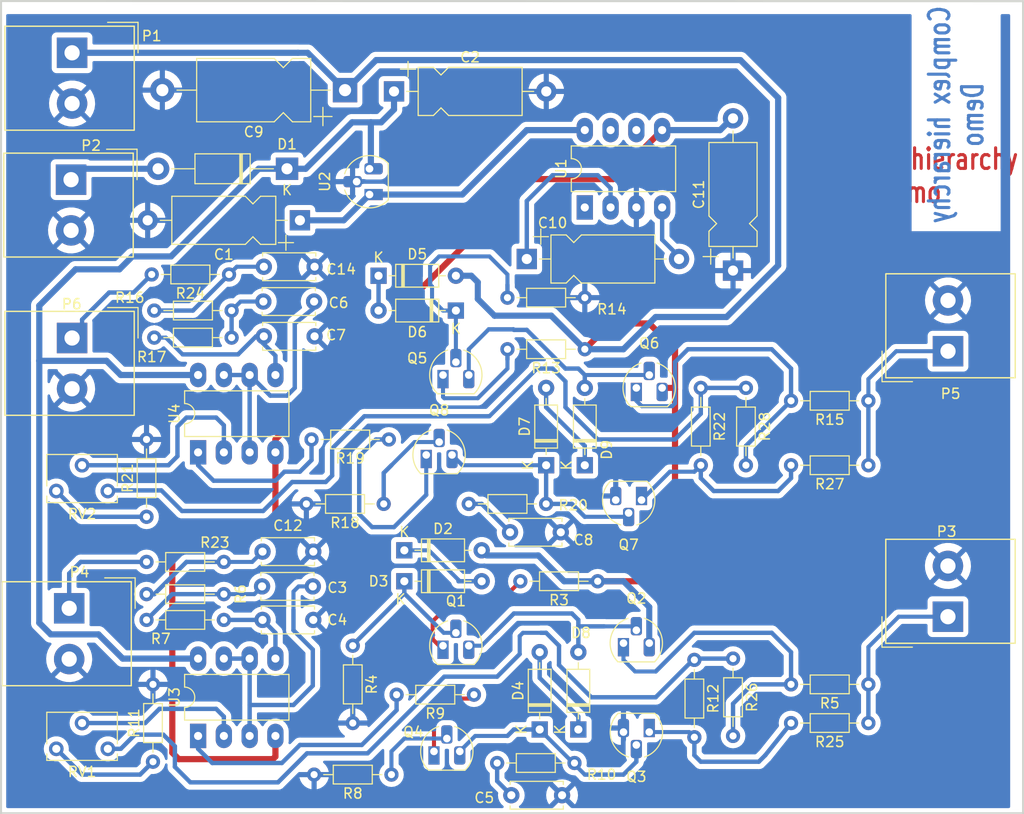
<source format=kicad_pcb>
(kicad_pcb (version 20221018) (generator pcbnew)

  (general
    (thickness 1.6)
  )

  (paper "A4")
  (title_block
    (title "Actionneur_piezo")
    (company "Kicad devs")
    (comment 1 "Demo")
  )

  (layers
    (0 "F.Cu" power "top_copper")
    (31 "B.Cu" signal "bottom_copper")
    (32 "B.Adhes" user "B.Adhesive")
    (33 "F.Adhes" user "F.Adhesive")
    (34 "B.Paste" user)
    (35 "F.Paste" user)
    (36 "B.SilkS" user "B.Silkscreen")
    (37 "F.SilkS" user "F.Silkscreen")
    (38 "B.Mask" user)
    (39 "F.Mask" user)
    (40 "Dwgs.User" user "User.Drawings")
    (41 "Cmts.User" user "User.Comments")
    (42 "Eco1.User" user "User.Eco1")
    (43 "Eco2.User" user "User.Eco2")
    (44 "Edge.Cuts" user)
    (45 "Margin" user)
    (46 "B.CrtYd" user "B.Courtyard")
    (47 "F.CrtYd" user "F.Courtyard")
    (48 "B.Fab" user)
    (49 "F.Fab" user)
  )

  (setup
    (stackup
      (layer "F.SilkS" (type "Top Silk Screen") (color "White"))
      (layer "F.Paste" (type "Top Solder Paste"))
      (layer "F.Mask" (type "Top Solder Mask") (color "Green") (thickness 0.01))
      (layer "F.Cu" (type "copper") (thickness 0.035))
      (layer "dielectric 1" (type "core") (thickness 1.51) (material "FR4") (epsilon_r 4.5) (loss_tangent 0.02))
      (layer "B.Cu" (type "copper") (thickness 0.035))
      (layer "B.Mask" (type "Bottom Solder Mask") (color "Green") (thickness 0.01))
      (layer "B.Paste" (type "Bottom Solder Paste"))
      (layer "B.SilkS" (type "Bottom Silk Screen") (color "White"))
      (copper_finish "None")
      (dielectric_constraints no)
    )
    (pad_to_mask_clearance 0)
    (aux_axis_origin 83.5 138)
    (pcbplotparams
      (layerselection 0x00000fc_ffffffff)
      (plot_on_all_layers_selection 0x0000020_00000000)
      (disableapertmacros false)
      (usegerberextensions false)
      (usegerberattributes true)
      (usegerberadvancedattributes true)
      (creategerberjobfile true)
      (dashed_line_dash_ratio 12.000000)
      (dashed_line_gap_ratio 3.000000)
      (svgprecision 6)
      (plotframeref false)
      (viasonmask false)
      (mode 1)
      (useauxorigin true)
      (hpglpennumber 1)
      (hpglpenspeed 20)
      (hpglpendiameter 15.000000)
      (dxfpolygonmode true)
      (dxfimperialunits true)
      (dxfusepcbnewfont true)
      (psnegative false)
      (psa4output false)
      (plotreference true)
      (plotvalue true)
      (plotinvisibletext false)
      (sketchpadsonfab false)
      (subtractmaskfromsilk true)
      (outputformat 1)
      (mirror false)
      (drillshape 0)
      (scaleselection 1)
      (outputdirectory "plots")
    )
  )

  (net 0 "")
  (net 1 "-VAA")
  (net 2 "/12Vext")
  (net 3 "/ampli_ht_horizontal/PIEZO_IN")
  (net 4 "/ampli_ht_horizontal/PIEZO_OUT")
  (net 5 "/ampli_ht_horizontal/S_OUT+")
  (net 6 "/ampli_ht_horizontal/Vpil_0_3,3V")
  (net 7 "/ampli_ht_vertical/PIEZO_IN")
  (net 8 "/ampli_ht_vertical/PIEZO_OUT")
  (net 9 "/ampli_ht_vertical/S_OUT+")
  (net 10 "/ampli_ht_vertical/Vpil_0_3,3V")
  (net 11 "GND")
  (net 12 "HT")
  (net 13 "Net-(U3B-+)")
  (net 14 "Net-(U4B-+)")
  (net 15 "Net-(C12-Pad1)")
  (net 16 "Net-(C14-Pad1)")
  (net 17 "Net-(C3-Pad2)")
  (net 18 "Net-(U1-CAP+)")
  (net 19 "Net-(C5-Pad1)")
  (net 20 "Net-(C6-Pad2)")
  (net 21 "Net-(U1-CAP-)")
  (net 22 "Net-(C8-Pad1)")
  (net 23 "Net-(D2-K)")
  (net 24 "Net-(D3-K)")
  (net 25 "Net-(D4-K)")
  (net 26 "Net-(D4-A)")
  (net 27 "Net-(R11-Pad1)")
  (net 28 "Net-(R19-Pad2)")
  (net 29 "Net-(R21-Pad1)")
  (net 30 "Net-(R9-Pad2)")
  (net 31 "Net-(D5-K)")
  (net 32 "Net-(D6-K)")
  (net 33 "VCC")
  (net 34 "Net-(D7-K)")
  (net 35 "Net-(D7-A)")
  (net 36 "Net-(D8-A)")
  (net 37 "Net-(D9-A)")
  (net 38 "Net-(Q1-E)")
  (net 39 "Net-(Q2-E)")
  (net 40 "+12V")
  (net 41 "Net-(Q3-E)")
  (net 42 "Net-(Q4-E)")
  (net 43 "Net-(Q4-B)")
  (net 44 "Net-(Q5-E)")
  (net 45 "Net-(Q6-E)")
  (net 46 "Net-(Q7-E)")
  (net 47 "Net-(Q8-E)")
  (net 48 "Net-(Q8-B)")
  (net 49 "Net-(U3A--)")
  (net 50 "Net-(U4A--)")
  (net 51 "unconnected-(U1-LV)")
  (net 52 "unconnected-(U1-OSC)")

  (footprint "Capacitor_THT:CP_Axial_L10.0mm_D4.5mm_P15.00mm_Horizontal" (layer "F.Cu") (at 126.619 60.706))

  (footprint "Capacitor_THT:CP_Axial_L11.0mm_D6.0mm_P18.00mm_Horizontal" (layer "F.Cu") (at 121.793 60.579 180))

  (footprint "Capacitor_THT:CP_Axial_L10.0mm_D4.5mm_P15.00mm_Horizontal" (layer "F.Cu") (at 139.7 77.216))

  (footprint "Capacitor_THT:CP_Axial_L10.0mm_D4.5mm_P15.00mm_Horizontal" (layer "F.Cu") (at 160.02 78.359 90))

  (footprint "Package_TO_SOT_THT:TO-92_HandSolder" (layer "F.Cu") (at 131.445 115.316))

  (footprint "Package_TO_SOT_THT:TO-92_HandSolder" (layer "F.Cu") (at 151.765 123.825 180))

  (footprint "Package_TO_SOT_THT:TO-92_HandSolder" (layer "F.Cu") (at 131.445 88.646))

  (footprint "Package_TO_SOT_THT:TO-92_HandSolder" (layer "F.Cu") (at 150.495 89.916))

  (footprint "Package_TO_SOT_THT:TO-92_HandSolder" (layer "F.Cu") (at 151.003 100.965 180))

  (footprint "Package_TO_SOT_THT:TO-92_HandSolder" (layer "F.Cu") (at 129.794 96.52))

  (footprint "Potentiometer_THT:Potentiometer_Bourns_3266W_Vertical" (layer "F.Cu") (at 93.345 125.476 180))

  (footprint "Potentiometer_THT:Potentiometer_Bourns_3266W_Vertical" (layer "F.Cu") (at 93.345 100.076 180))

  (footprint "Package_TO_SOT_THT:TO-92_HandSolder" (layer "F.Cu") (at 124.206 70.866 90))

  (footprint "Resistor_THT:R_Axial_DIN0204_L3.6mm_D1.6mm_P7.62mm_Horizontal" (layer "F.Cu") (at 126.111 94.996 180))

  (footprint "Resistor_THT:R_Axial_DIN0204_L3.6mm_D1.6mm_P7.62mm_Horizontal" (layer "F.Cu") (at 109.855 110.236 180))

  (footprint "Resistor_THT:R_Axial_DIN0204_L3.6mm_D1.6mm_P7.62mm_Horizontal" (layer "F.Cu") (at 125.603 101.346 180))

  (footprint "Resistor_THT:R_Axial_DIN0204_L3.6mm_D1.6mm_P7.62mm_Horizontal" (layer "F.Cu") (at 110.617 82.296 180))

  (footprint "Resistor_THT:R_Axial_DIN0204_L3.6mm_D1.6mm_P7.62mm_Horizontal" (layer "F.Cu") (at 173.355 91.186 180))

  (footprint "Resistor_THT:R_Axial_DIN0204_L3.6mm_D1.6mm_P7.62mm_Horizontal" (layer "F.Cu") (at 137.795 81.026))

  (footprint "Resistor_THT:R_Axial_DIN0204_L3.6mm_D1.6mm_P7.62mm_Horizontal" (layer "F.Cu") (at 145.415 86.106 180))

  (footprint "Resistor_THT:R_Axial_DIN0204_L3.6mm_D1.6mm_P7.62mm_Horizontal" (layer "F.Cu") (at 156.21 116.713 -90))

  (footprint "Resistor_THT:R_Axial_DIN0204_L3.6mm_D1.6mm_P7.62mm_Horizontal" (layer "F.Cu") (at 102.87 126.746 90))

  (footprint "Resistor_THT:R_Axial_DIN0204_L3.6mm_D1.6mm_P7.62mm_Horizontal" (layer "F.Cu") (at 144.399 126.873 180))

  (footprint "Resistor_THT:R_Axial_DIN0204_L3.6mm_D1.6mm_P7.62mm_Horizontal" (layer "F.Cu") (at 134.493 120.142 180))

  (footprint "Resistor_THT:R_Axial_DIN0204_L3.6mm_D1.6mm_P7.62mm_Horizontal" (layer "F.Cu") (at 126.365 128.016 180))

  (footprint "Resistor_THT:R_Axial_DIN0204_L3.6mm_D1.6mm_P7.62mm_Horizontal" (layer "F.Cu") (at 109.855 112.776 180))

  (footprint "Resistor_THT:R_Axial_DIN0204_L3.6mm_D1.6mm_P7.62mm_Horizontal" (layer "F.Cu") (at 102.997 84.963))

  (footprint "Resistor_THT:R_Axial_DIN0204_L3.6mm_D1.6mm_P7.62mm_Horizontal" (layer "F.Cu") (at 102.235 102.616 90))

  (footprint "Resistor_THT:R_Axial_DIN0204_L3.6mm_D1.6mm_P7.62mm_Horizontal" (layer "F.Cu") (at 146.685 108.966 180))

  (footprint "Resistor_THT:R_Axial_DIN0204_L3.6mm_D1.6mm_P7.62mm_Horizontal" (layer "F.Cu") (at 122.555 115.316 -90))

  (footprint "Resistor_THT:R_Axial_DIN0204_L3.6mm_D1.6mm_P7.62mm_Horizontal" (layer "F.Cu") (at 173.355 119.126 180))

  (footprint "Resistor_THT:R_Axial_DIN0204_L3.6mm_D1.6mm_P7.62mm_Horizontal" (layer "F.Cu") (at 161.29 89.916 -90))

  (footprint "Resistor_THT:R_Axial_DIN0204_L3.6mm_D1.6mm_P7.62mm_Horizontal" (layer "F.Cu") (at 173.355 97.536 180))

  (footprint "Resistor_THT:R_Axial_DIN0204_L3.6mm_D1.6mm_P7.62mm_Horizontal" (layer "F.Cu") (at 160.02 116.586 -90))

  (footprint "Resistor_THT:R_Axial_DIN0204_L3.6mm_D1.6mm_P7.62mm_Horizontal" (layer "F.Cu") (at 173.355 122.936 180))

  (footprint "Resistor_THT:R_Axial_DIN0204_L3.6mm_D1.6mm_P7.62mm_Horizontal" (layer "F.Cu") (at 110.363 78.74 180))

  (footprint "Resistor_THT:R_Axial_DIN0204_L3.6mm_D1.6mm_P7.62mm_Horizontal" (layer "F.Cu") (at 109.855 107.061 180))

  (footprint "Resistor_THT:R_Axial_DIN0204_L3.6mm_D1.6mm_P7.62mm_Horizontal" (layer "F.Cu") (at 156.845 89.916 -90))

  (footprint "Resistor_THT:R_Axial_DIN0204_L3.6mm_D1.6mm_P7.62mm_Horizontal" (layer "F.Cu") (at 141.605 101.346 180))

  (footprint "Package_DIP:DIP-8_W7.62mm_LongPads" (layer "F.Cu") (at 107.315 96.266 90))

  (footprint "Package_DIP:DIP-8_W7.62mm_LongPads" (layer "F.Cu") (at 145.415 72.136 90))

  (footprint "Package_DIP:DIP-8_W7.62mm_LongPads" (layer "F.Cu") (at 107.315 124.206 90))

  (footprint "Capacitor_THT:C_Disc_D5.0mm_W2.5mm_P5.00mm" (layer "F.Cu") (at 138.049 104.14))

  (footprint "Capacitor_THT:C_Disc_D5.0mm_W2.5mm_P5.00mm" (layer "F.Cu") (at 113.792 84.836))

  (footprint "Capacitor_THT:C_Disc_D5.0mm_W2.5mm_P5.00mm" (layer "F.Cu")
    (tstamp 00000000-0000-0000-0000-00005a5882d8)
    (at 118.745 81.407 180)
    (descr "C, Disc series, Radia
... [608844 chars truncated]
</source>
